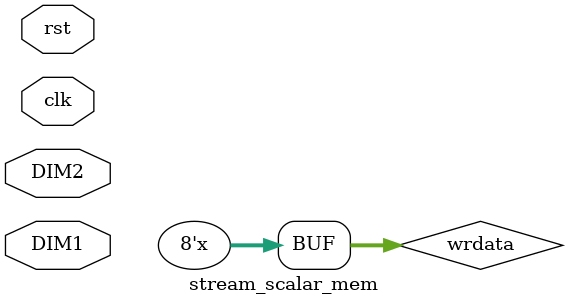
<source format=sv>
`timescale 1ps / 1ps

module stream_scalar_mem
#(
    parameter integer D_W          = 8,
    parameter integer MATRIXSIZE_W = 24
)
(
    input  wire clk,
    input  wire rst,

    axi_stream_if.axi_in            in_sca,
    axi_stream_if.axi_out           out_sca,

    input  wire [MATRIXSIZE_W-1:0]  DIM1,
    input  wire [MATRIXSIZE_W-1:0]  DIM2
);

wire signed [D_W-1:0] wrdata;
reg  signed [D_W-1:0] rddata;

// reg [ADDR_W-1:0] wraddr = 0;
reg [MATRIXSIZE_W-1:0] rdaddr = 0;
reg [MATRIXSIZE_W-1:0] rdcntr = 0;

wire write_hs;
wire read_hs;

wire write_last;
wire read_last;

wire write_start;
wire read_start;

wire write_stall;
wire read_stall;

typedef enum logic [1:0] {
    WRRESET = 2'b00,
    WRIDLE = 2'b01,
    WRDATA = 2'b10
} wstate_t;

typedef enum logic [1:0] {
    RDRESET = 2'b00,
    RDIDLE = 2'b01,
    RDDATA = 2'b10
} rstate_t;

wstate_t wstate, wnext;
rstate_t rstate, rnext;

// WRITE

assign wrdata = in_sca.tdata[D_W-1:0];
assign in_sca.tready = (wstate == WRDATA);
assign write_hs = in_sca.tvalid & in_sca.tready;
assign write_last = write_hs & in_sca.tlast;
assign write_start = (rstate == RDIDLE);

always @(posedge clk) begin
    if (rst) begin
        wstate <= WRRESET;
    end else begin
        wstate <= wnext;
    end
end

always @(*) begin
    case (wstate)
        WRIDLE:
            wnext = (write_start) ? WRDATA : WRIDLE;
        WRDATA:
            wnext = (write_last) ? WRIDLE : WRDATA;
        default:
            wnext = WRIDLE;
    endcase
end

// READ

assign out_sca.tdata = rddata;
assign out_sca.tvalid = (rstate == RDDATA);
assign out_sca.tlast = (rdaddr == DIM2-1) & (rdcntr == DIM1-1);
assign read_hs = out_sca.tvalid & out_sca.tready;
assign read_last = read_hs & out_sca.tlast;
assign read_start = write_last;

always @(posedge clk) begin
    if (rst) begin
        rstate <= RDRESET;
    end else begin
        rstate <= rnext;
    end
end

always @(*) begin
    case (rstate)
        RDIDLE:
            rnext = (read_start) ? RDDATA : RDIDLE;
        RDDATA:
            rnext = (read_last) ? RDIDLE : RDDATA;
        default:
            rnext = RDIDLE;
    endcase
end

always @(posedge clk) begin
    if (rst) begin
        rdaddr <= 0;
        rdcntr <= 0;
    end else begin
        if (read_hs) begin
            rdaddr <= rdaddr + 1;
            if (rdaddr == DIM2-1) begin
                rdaddr <= 0;
                rdcntr <= rdcntr + 1;
                if (rdcntr == DIM1-1) begin
                    rdcntr <= 0;
                end
            end
        end
    end
end

always @(posedge clk) begin
    if (rst) begin
        rddata <= 0;
    end else begin
        if (write_hs) begin
            rddata <= wrdata;
        end
    end
end

endmodule

</source>
